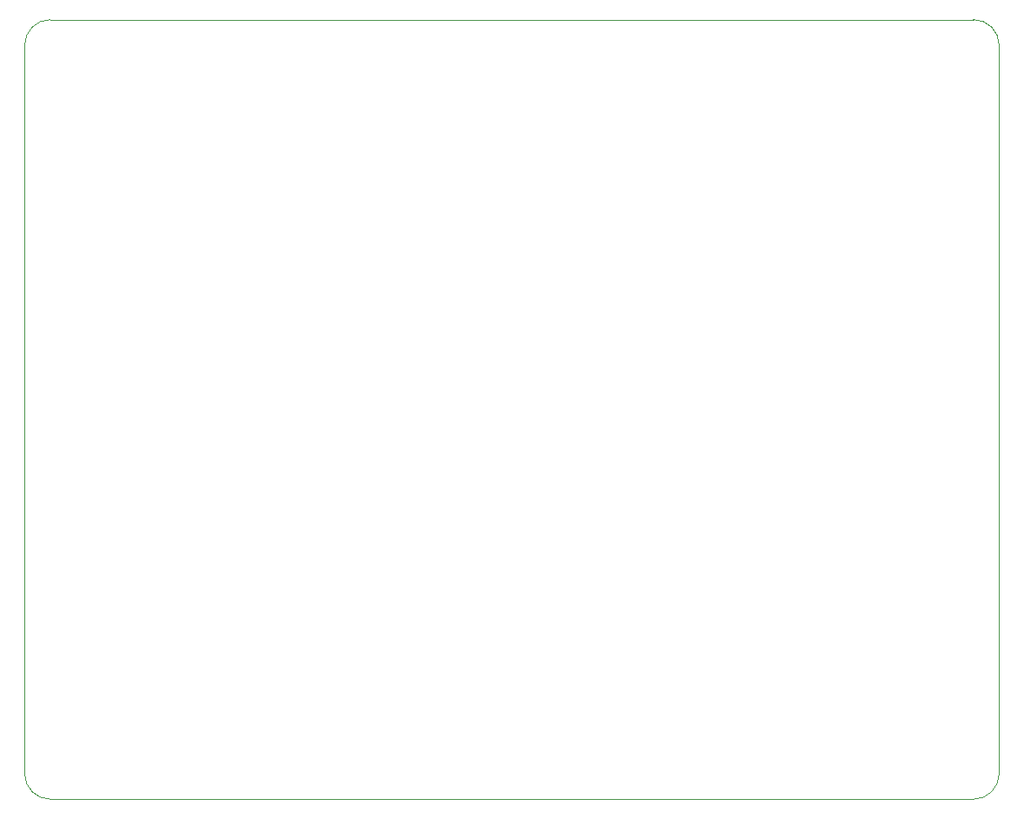
<source format=gbr>
%TF.GenerationSoftware,KiCad,Pcbnew,8.0.1*%
%TF.CreationDate,2024-04-28T12:21:08+02:00*%
%TF.ProjectId,IoT-Project,496f542d-5072-46f6-9a65-63742e6b6963,rev?*%
%TF.SameCoordinates,Original*%
%TF.FileFunction,Profile,NP*%
%FSLAX46Y46*%
G04 Gerber Fmt 4.6, Leading zero omitted, Abs format (unit mm)*
G04 Created by KiCad (PCBNEW 8.0.1) date 2024-04-28 12:21:08*
%MOMM*%
%LPD*%
G01*
G04 APERTURE LIST*
%TA.AperFunction,Profile*%
%ADD10C,0.050000*%
%TD*%
G04 APERTURE END LIST*
D10*
X129000000Y-162500000D02*
X39000000Y-162500000D01*
X131500000Y-89000000D02*
X131500000Y-160000000D01*
X39000000Y-86500000D02*
X129000000Y-86500000D01*
X36500000Y-160000000D02*
X36500000Y-89000000D01*
X39000000Y-162500000D02*
G75*
G02*
X36500000Y-160000000I0J2500000D01*
G01*
X131500000Y-160000000D02*
G75*
G02*
X129000000Y-162500000I-2500000J0D01*
G01*
X36500000Y-89000000D02*
G75*
G02*
X39000000Y-86500000I2500000J0D01*
G01*
X129000000Y-86500000D02*
G75*
G02*
X131500000Y-89000000I0J-2500000D01*
G01*
M02*

</source>
